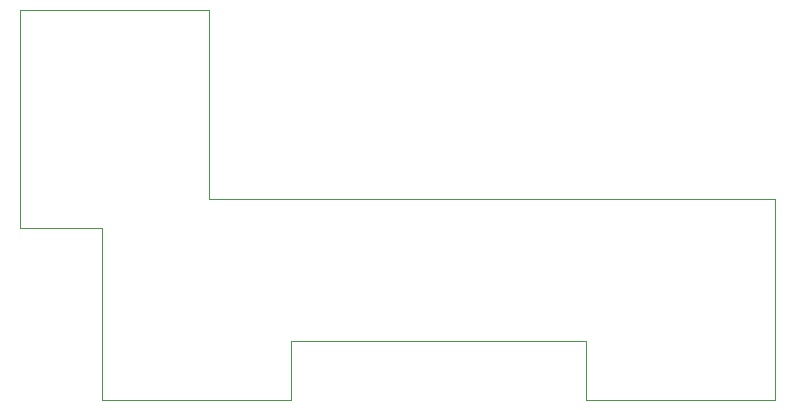
<source format=gbr>
%TF.GenerationSoftware,KiCad,Pcbnew,(6.0.7)*%
%TF.CreationDate,2022-10-05T10:23:08+03:00*%
%TF.ProjectId,202-combi-v0.2,3230322d-636f-46d6-9269-2d76302e322e,rev?*%
%TF.SameCoordinates,PX328b740PY3479d68*%
%TF.FileFunction,Profile,NP*%
%FSLAX46Y46*%
G04 Gerber Fmt 4.6, Leading zero omitted, Abs format (unit mm)*
G04 Created by KiCad (PCBNEW (6.0.7)) date 2022-10-05 10:23:08*
%MOMM*%
%LPD*%
G01*
G04 APERTURE LIST*
%TA.AperFunction,Profile*%
%ADD10C,0.100000*%
%TD*%
G04 APERTURE END LIST*
D10*
X48000000Y-27975000D02*
X48000000Y-32975000D01*
X64000000Y-32975000D02*
X64000000Y-15975000D01*
X0Y-18475000D02*
X7000000Y-18475000D01*
X16000000Y-15975000D02*
X16000000Y25000D01*
X64000000Y-15975000D02*
X16000000Y-15975000D01*
X0Y25000D02*
X0Y-18475000D01*
X23000000Y-32975000D02*
X23000000Y-27975000D01*
X7000000Y-32975000D02*
X23000000Y-32975000D01*
X7000000Y-18475000D02*
X7000000Y-32975000D01*
X48000000Y-32975000D02*
X64000000Y-32975000D01*
X23000000Y-27975000D02*
X48000000Y-27975000D01*
X16000000Y25000D02*
X0Y25000D01*
M02*

</source>
